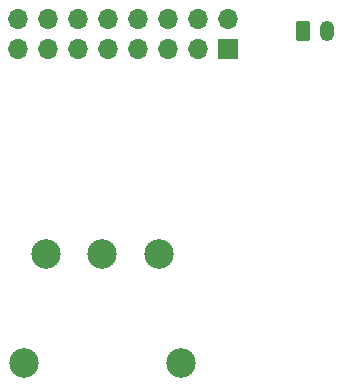
<source format=gbr>
%TF.GenerationSoftware,KiCad,Pcbnew,8.0.1*%
%TF.CreationDate,2024-03-24T23:32:15+02:00*%
%TF.ProjectId,PowerSubsystem,506f7765-7253-4756-9273-797374656d2e,rev?*%
%TF.SameCoordinates,Original*%
%TF.FileFunction,Soldermask,Bot*%
%TF.FilePolarity,Negative*%
%FSLAX46Y46*%
G04 Gerber Fmt 4.6, Leading zero omitted, Abs format (unit mm)*
G04 Created by KiCad (PCBNEW 8.0.1) date 2024-03-24 23:32:15*
%MOMM*%
%LPD*%
G01*
G04 APERTURE LIST*
G04 Aperture macros list*
%AMRoundRect*
0 Rectangle with rounded corners*
0 $1 Rounding radius*
0 $2 $3 $4 $5 $6 $7 $8 $9 X,Y pos of 4 corners*
0 Add a 4 corners polygon primitive as box body*
4,1,4,$2,$3,$4,$5,$6,$7,$8,$9,$2,$3,0*
0 Add four circle primitives for the rounded corners*
1,1,$1+$1,$2,$3*
1,1,$1+$1,$4,$5*
1,1,$1+$1,$6,$7*
1,1,$1+$1,$8,$9*
0 Add four rect primitives between the rounded corners*
20,1,$1+$1,$2,$3,$4,$5,0*
20,1,$1+$1,$4,$5,$6,$7,0*
20,1,$1+$1,$6,$7,$8,$9,0*
20,1,$1+$1,$8,$9,$2,$3,0*%
G04 Aperture macros list end*
%ADD10C,2.500000*%
%ADD11RoundRect,0.250000X-0.350000X-0.625000X0.350000X-0.625000X0.350000X0.625000X-0.350000X0.625000X0*%
%ADD12O,1.200000X1.750000*%
%ADD13O,1.700000X1.700000*%
%ADD14R,1.700000X1.700000*%
G04 APERTURE END LIST*
D10*
%TO.C,U4*%
X176300102Y-69900051D03*
X171500000Y-69900051D03*
X166699898Y-69900051D03*
X178149987Y-79099949D03*
X164850013Y-79099949D03*
%TD*%
D11*
%TO.C,J2*%
X188500000Y-50950000D03*
D12*
X190500000Y-50950000D03*
%TD*%
D13*
%TO.C,J1*%
X164380000Y-50000000D03*
X164380000Y-52540000D03*
X166920000Y-50000000D03*
X166920000Y-52540000D03*
X169460000Y-50000000D03*
X169460000Y-52540000D03*
X172000000Y-50000000D03*
X172000000Y-52540000D03*
X174540000Y-50000000D03*
X174540000Y-52540000D03*
X177080000Y-50000000D03*
X177080000Y-52540000D03*
X179620000Y-50000000D03*
X179620000Y-52540000D03*
X182160000Y-50000000D03*
D14*
X182160000Y-52540000D03*
%TD*%
M02*

</source>
